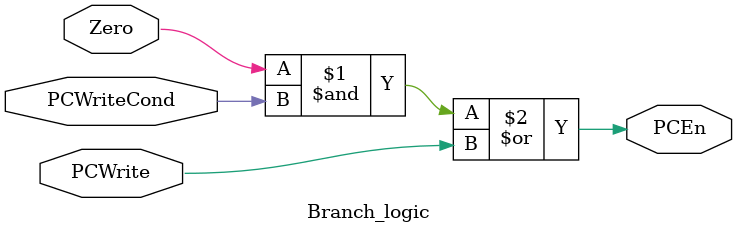
<source format=v>
module Branch_logic (
    input Zero, PCWriteCond, PCWrite,
    
    output PCEn
);

    assign PCEn = (Zero & PCWriteCond) | PCWrite;

endmodule
</source>
